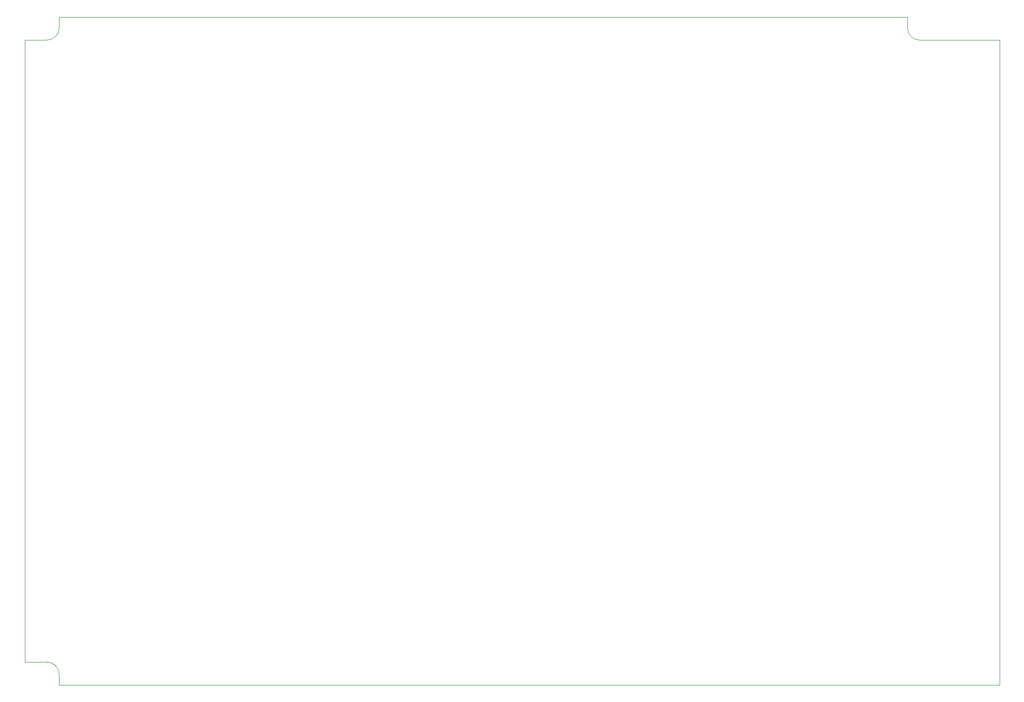
<source format=gbr>
%TF.GenerationSoftware,KiCad,Pcbnew,(6.0.1)*%
%TF.CreationDate,2023-02-16T13:56:36+03:00*%
%TF.ProjectId,Driver_SKiM459GD12E4 V2,44726976-6572-45f5-934b-694d34353947,rev?*%
%TF.SameCoordinates,Original*%
%TF.FileFunction,Profile,NP*%
%FSLAX46Y46*%
G04 Gerber Fmt 4.6, Leading zero omitted, Abs format (unit mm)*
G04 Created by KiCad (PCBNEW (6.0.1)) date 2023-02-16 13:56:36*
%MOMM*%
%LPD*%
G01*
G04 APERTURE LIST*
%TA.AperFunction,Profile*%
%ADD10C,0.100000*%
%TD*%
G04 APERTURE END LIST*
D10*
X60162000Y-38964000D02*
X60162000Y-146964000D01*
X229362000Y-38964000D02*
X215516000Y-38964000D01*
X64008000Y-38964000D02*
G75*
G03*
X66162000Y-36810000I0J2154000D01*
G01*
X60162000Y-38964000D02*
X64008000Y-38964000D01*
X66162000Y-150964000D02*
X229362000Y-150964000D01*
X213362000Y-34964000D02*
X66162000Y-34964000D01*
X66162000Y-149118000D02*
G75*
G03*
X64008000Y-146964000I-2154000J0D01*
G01*
X60162000Y-146964000D02*
X64008000Y-146964000D01*
X213362000Y-34964000D02*
X213362000Y-36810000D01*
X66162000Y-149118000D02*
X66162000Y-150964000D01*
X213362000Y-36810000D02*
G75*
G03*
X215516000Y-38964000I2154000J0D01*
G01*
X66162000Y-34964000D02*
X66162000Y-36810000D01*
X229362000Y-150964000D02*
X229362000Y-38964000D01*
M02*

</source>
